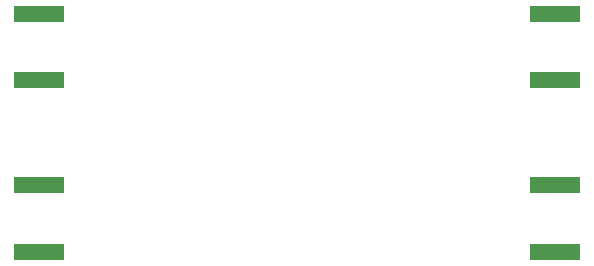
<source format=gbr>
%TF.GenerationSoftware,KiCad,Pcbnew,7.0.1*%
%TF.CreationDate,2023-06-23T15:29:10-04:00*%
%TF.ProjectId,reference-25mhz,72656665-7265-46e6-9365-2d32356d687a,rev?*%
%TF.SameCoordinates,Original*%
%TF.FileFunction,Paste,Bot*%
%TF.FilePolarity,Positive*%
%FSLAX46Y46*%
G04 Gerber Fmt 4.6, Leading zero omitted, Abs format (unit mm)*
G04 Created by KiCad (PCBNEW 7.0.1) date 2023-06-23 15:29:10*
%MOMM*%
%LPD*%
G01*
G04 APERTURE LIST*
%ADD10R,4.200000X1.350000*%
G04 APERTURE END LIST*
D10*
%TO.C,J1*%
X74662500Y-122675000D03*
X74662500Y-128325000D03*
%TD*%
%TO.C,J5*%
X118337500Y-142825000D03*
X118337500Y-137175000D03*
%TD*%
%TO.C,J2*%
X74662500Y-137175000D03*
X74662500Y-142825000D03*
%TD*%
%TO.C,J4*%
X118337500Y-128325000D03*
X118337500Y-122675000D03*
%TD*%
M02*

</source>
